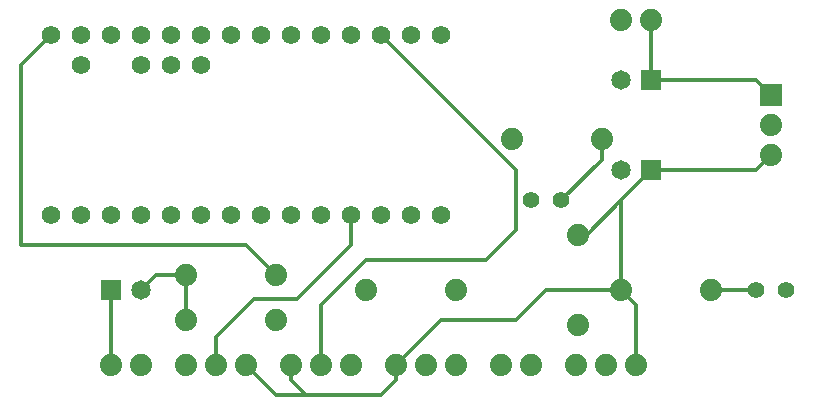
<source format=gbr>
G04 EAGLE Gerber RS-274X export*
G75*
%MOMM*%
%FSLAX34Y34*%
%LPD*%
%INTop Copper*%
%IPPOS*%
%AMOC8*
5,1,8,0,0,1.08239X$1,22.5*%
G01*
%ADD10C,1.879600*%
%ADD11C,1.574800*%
%ADD12R,1.651000X1.651000*%
%ADD13C,1.651000*%
%ADD14C,1.422400*%
%ADD15R,1.879600X1.879600*%
%ADD16C,0.304800*%


D10*
X88900Y38100D03*
X114300Y38100D03*
X152400Y38100D03*
X177800Y38100D03*
X203200Y38100D03*
X419100Y38100D03*
X444500Y38100D03*
X520700Y330200D03*
X546100Y330200D03*
X482600Y38100D03*
X508000Y38100D03*
X533400Y38100D03*
D11*
X38100Y165100D03*
X63500Y165100D03*
X88900Y165100D03*
X114300Y165100D03*
X139700Y165100D03*
X165100Y165100D03*
X190500Y165100D03*
X215900Y165100D03*
X241300Y165100D03*
X266700Y165100D03*
X292100Y165100D03*
X317500Y165100D03*
X342900Y165100D03*
X368300Y165100D03*
X368300Y317500D03*
X342900Y317500D03*
X317500Y317500D03*
X292100Y317500D03*
X266700Y317500D03*
X241300Y317500D03*
X215900Y317500D03*
X190500Y317500D03*
X165100Y317500D03*
X139700Y317500D03*
X114300Y317500D03*
X88900Y317500D03*
X63500Y317500D03*
X38100Y317500D03*
X63500Y292100D03*
X114300Y292100D03*
X139700Y292100D03*
X165100Y292100D03*
D10*
X241300Y38100D03*
X266700Y38100D03*
X292100Y38100D03*
X330200Y38100D03*
X355600Y38100D03*
X381000Y38100D03*
X427990Y229870D03*
X504190Y229870D03*
X596900Y101600D03*
X520700Y101600D03*
X381000Y101600D03*
X304800Y101600D03*
X152400Y114300D03*
X228600Y114300D03*
X228600Y76200D03*
X152400Y76200D03*
D12*
X89100Y101600D03*
D13*
X114100Y101600D03*
D12*
X545900Y203200D03*
D13*
X520900Y203200D03*
D12*
X545900Y279400D03*
D13*
X520900Y279400D03*
D14*
X635000Y101600D03*
X660400Y101600D03*
X469900Y177800D03*
X444500Y177800D03*
D15*
X647700Y266700D03*
D10*
X647700Y241300D03*
X647700Y215900D03*
X483870Y148590D03*
X483870Y72390D03*
D16*
X126800Y114300D02*
X114100Y101600D01*
X126800Y114300D02*
X152400Y114300D01*
X152400Y76200D01*
X635000Y203200D02*
X647700Y215900D01*
X635000Y203200D02*
X545900Y203200D01*
X520700Y178000D01*
X520700Y177800D01*
X520700Y101600D01*
X533400Y88900D01*
X533400Y38100D01*
X520700Y101600D02*
X457200Y101600D01*
X431800Y76200D01*
X368300Y76200D01*
X330200Y38100D01*
X330200Y25400D01*
X317500Y12700D01*
X254000Y12700D01*
X241300Y25400D01*
X241300Y38100D01*
X254000Y12700D02*
X228600Y12700D01*
X203200Y38100D01*
X228600Y114300D02*
X203200Y139700D01*
X12700Y139700D01*
X12700Y292100D01*
X38100Y317500D01*
X483870Y148590D02*
X491490Y148590D01*
X520700Y177800D01*
X177800Y62230D02*
X177800Y38100D01*
X177800Y62230D02*
X209550Y93980D01*
X246380Y93980D01*
X292100Y139700D02*
X292100Y165100D01*
X292100Y139700D02*
X246380Y93980D01*
X635000Y279400D02*
X647700Y266700D01*
X635000Y279400D02*
X545900Y279400D01*
X546100Y279600D01*
X546100Y330200D01*
X88900Y101400D02*
X88900Y38100D01*
X88900Y101400D02*
X89100Y101600D01*
X266700Y88900D02*
X266700Y38100D01*
X266700Y88900D02*
X304800Y127000D01*
X406400Y127000D01*
X431800Y152400D01*
X431800Y203200D01*
X317500Y317500D01*
X469900Y177800D02*
X504190Y212090D01*
X504190Y229870D01*
X596900Y101600D02*
X635000Y101600D01*
M02*

</source>
